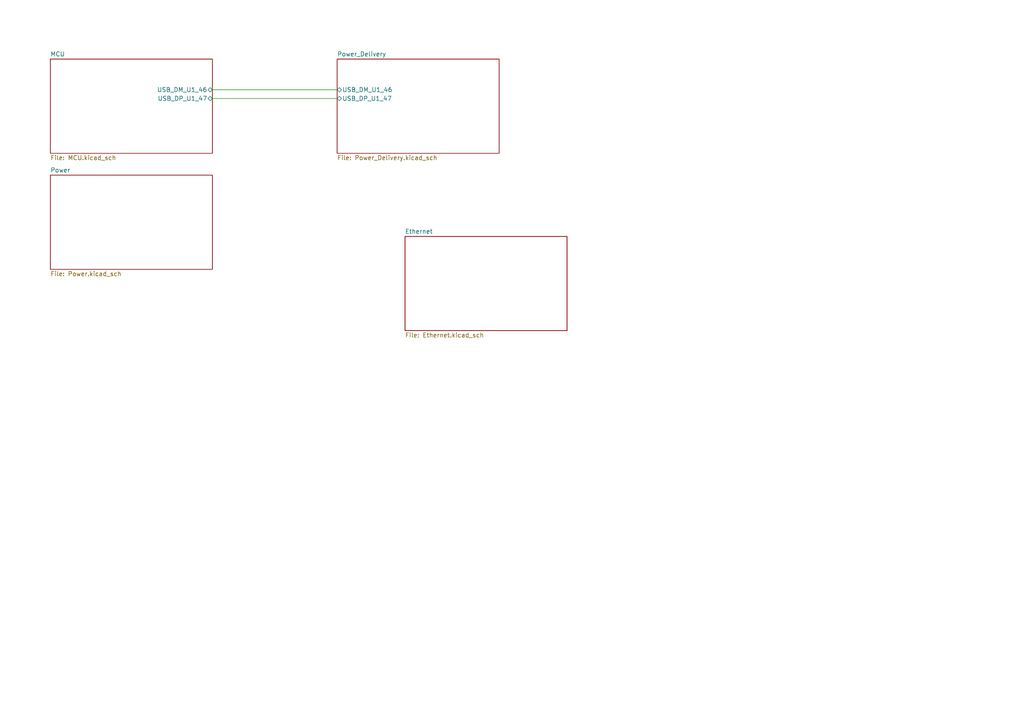
<source format=kicad_sch>
(kicad_sch (version 20211123) (generator eeschema)
  (paper "A4")
  (lib_symbols)
  (wire (pts (xy 61.595 26.035) (xy 97.79 26.035)))
  (wire (pts (xy 61.595 28.575) (xy 97.79 28.575)))
  (sheet (at 14.605 50.8) (size 46.99 27.305) (stroke (width 0.1524))
    (property "Sheet name" "Power" (at 14.605 50.0884 0) (effects (justify left bottom)))
    (property "Sheet file" "Power.kicad_sch" (at 14.605 78.6896 0) (effects (justify left top)))
  )
  (sheet (at 97.79 17.145) (size 46.99 27.305) (stroke (width 0.1524))
    (property "Sheet name" "Power_Delivery" (at 97.79 16.4334 0) (effects (justify left bottom)))
    (property "Sheet file" "Power_Delivery.kicad_sch" (at 97.79 45.0346 0) (effects (justify left top)))
    (pin "USB_DM_U1_46" bidirectional (at 97.79 26.035 180))
    (pin "USB_DP_U1_47" bidirectional (at 97.79 28.575 180))
  )
  (sheet (at 117.475 68.58) (size 46.99 27.305) (stroke (width 0.1524))
    (property "Sheet name" "Ethernet" (at 117.475 67.8684 0) (effects (justify left bottom)))
    (property "Sheet file" "Ethernet.kicad_sch" (at 117.475 96.4696 0) (effects (justify left top)))
  )
  (sheet (at 14.605 17.145) (size 46.99 27.305) (stroke (width 0.1524))
    (property "Sheet name" "MCU" (at 14.605 16.4334 0) (effects (justify left bottom)))
    (property "Sheet file" "MCU.kicad_sch" (at 14.605 45.0346 0) (effects (justify left top)))
    (pin "USB_DM_U1_46" bidirectional (at 61.595 26.035 0))
    (pin "USB_DP_U1_47" bidirectional (at 61.595 28.575 0))
  )
)
</source>
